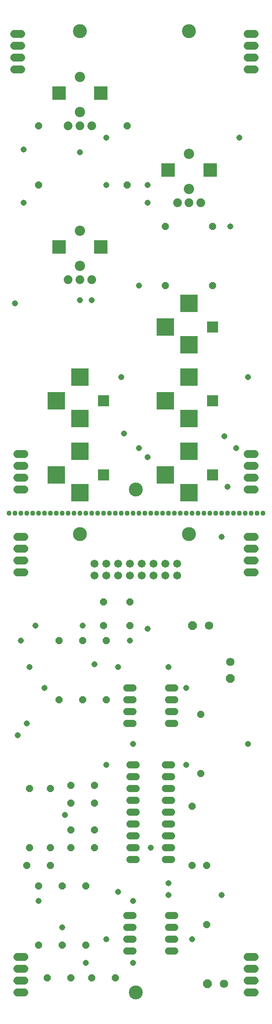
<source format=gts>
G75*
%MOIN*%
%OFA0B0*%
%FSLAX25Y25*%
%IPPOS*%
%LPD*%
%AMOC8*
5,1,8,0,0,1.08239X$1,22.5*
%
%ADD10C,0.04343*%
%ADD11C,0.11824*%
%ADD12R,0.09800X0.09800*%
%ADD13R,0.14800X0.14800*%
%ADD14OC8,0.06000*%
%ADD15OC8,0.07100*%
%ADD16C,0.07100*%
%ADD17C,0.07400*%
%ADD18R,0.11824X0.11824*%
%ADD19C,0.08674*%
%ADD20C,0.06000*%
%ADD21C,0.06800*%
%ADD22C,0.06737*%
%ADD23C,0.05156*%
D10*
X0022200Y0447200D03*
X0027200Y0447200D03*
X0032200Y0447200D03*
X0037200Y0447200D03*
X0042200Y0447200D03*
X0047200Y0447200D03*
X0052200Y0447200D03*
X0057200Y0447200D03*
X0062200Y0447200D03*
X0067200Y0447200D03*
X0072200Y0447200D03*
X0077200Y0447200D03*
X0082200Y0447200D03*
X0087200Y0447200D03*
X0092200Y0447200D03*
X0097200Y0447200D03*
X0102200Y0447200D03*
X0107200Y0447200D03*
X0112200Y0447200D03*
X0117200Y0447200D03*
X0122200Y0447200D03*
X0127200Y0447200D03*
X0132200Y0447200D03*
X0137200Y0447200D03*
X0142200Y0447200D03*
X0147200Y0447200D03*
X0152200Y0447200D03*
X0157200Y0447200D03*
X0162200Y0447200D03*
X0167200Y0447200D03*
X0172200Y0447200D03*
X0177200Y0447200D03*
X0182200Y0447200D03*
X0187200Y0447200D03*
X0192200Y0447200D03*
X0197200Y0447200D03*
X0202200Y0447200D03*
X0207200Y0447200D03*
X0212200Y0447200D03*
X0217200Y0447200D03*
X0222200Y0447200D03*
X0227200Y0447200D03*
X0232200Y0447200D03*
X0237200Y0447200D03*
D11*
X0174700Y0429700D03*
X0129700Y0467200D03*
X0082200Y0429700D03*
X0129700Y0042200D03*
X0174700Y0854700D03*
X0082200Y0854700D03*
D12*
X0102200Y0542200D03*
X0102200Y0479700D03*
X0194700Y0479700D03*
X0194700Y0542200D03*
X0194700Y0604700D03*
D13*
X0174700Y0589700D03*
X0174700Y0562200D03*
X0174700Y0527200D03*
X0174700Y0499700D03*
X0174700Y0464700D03*
X0154700Y0479700D03*
X0154700Y0542200D03*
X0154700Y0604700D03*
X0174700Y0624700D03*
X0082200Y0562200D03*
X0082200Y0527200D03*
X0082200Y0499700D03*
X0082200Y0464700D03*
X0062200Y0479700D03*
X0062200Y0542200D03*
D14*
X0102200Y0372200D03*
X0102200Y0352200D03*
X0104700Y0339700D03*
X0104700Y0289700D03*
X0084700Y0289700D03*
X0084700Y0339700D03*
X0064700Y0339700D03*
X0064700Y0289700D03*
X0074700Y0217200D03*
X0074700Y0202200D03*
X0074700Y0179700D03*
X0074700Y0164700D03*
X0067200Y0132200D03*
X0057200Y0149700D03*
X0057200Y0164700D03*
X0047200Y0132200D03*
X0037200Y0149700D03*
X0039700Y0164700D03*
X0039700Y0214700D03*
X0057200Y0214700D03*
X0087200Y0132200D03*
X0094700Y0164700D03*
X0094700Y0179700D03*
X0094700Y0202200D03*
X0094700Y0217200D03*
X0087200Y0082200D03*
X0092200Y0054700D03*
X0074700Y0054700D03*
X0067200Y0082200D03*
X0054700Y0054700D03*
X0047200Y0082200D03*
X0112200Y0054700D03*
X0177200Y0149700D03*
X0189700Y0149700D03*
X0189700Y0099700D03*
X0177200Y0199700D03*
X0184700Y0227200D03*
X0184700Y0277200D03*
X0124700Y0352200D03*
X0124700Y0372200D03*
X0154700Y0639700D03*
X0154700Y0689700D03*
X0122200Y0724700D03*
X0122200Y0774700D03*
X0194700Y0689700D03*
X0194700Y0639700D03*
X0047200Y0724700D03*
X0047200Y0774700D03*
D15*
X0177700Y0352200D03*
X0209700Y0307700D03*
X0190200Y0049700D03*
D16*
X0204200Y0049700D03*
X0209700Y0321700D03*
X0191700Y0352200D03*
D17*
X0092043Y0644641D03*
X0082200Y0644641D03*
X0072357Y0644641D03*
X0072357Y0774641D03*
X0082200Y0774641D03*
X0092043Y0774641D03*
X0164857Y0709641D03*
X0174700Y0709641D03*
X0184543Y0709641D03*
D18*
X0192417Y0737200D03*
X0156983Y0737200D03*
X0099917Y0672200D03*
X0064483Y0672200D03*
X0064483Y0802200D03*
X0099917Y0802200D03*
D19*
X0082200Y0815980D03*
X0082200Y0786452D03*
X0082200Y0685980D03*
X0082200Y0656452D03*
X0174700Y0721452D03*
X0174700Y0750980D03*
D20*
X0162400Y0299700D02*
X0157200Y0299700D01*
X0157200Y0289700D02*
X0162400Y0289700D01*
X0162400Y0279700D02*
X0157200Y0279700D01*
X0157200Y0269700D02*
X0162400Y0269700D01*
X0159800Y0234700D02*
X0154600Y0234700D01*
X0154600Y0224700D02*
X0159800Y0224700D01*
X0159800Y0214700D02*
X0154600Y0214700D01*
X0154600Y0204700D02*
X0159800Y0204700D01*
X0159800Y0194700D02*
X0154600Y0194700D01*
X0154600Y0184700D02*
X0159800Y0184700D01*
X0159800Y0174700D02*
X0154600Y0174700D01*
X0154600Y0164700D02*
X0159800Y0164700D01*
X0159800Y0154700D02*
X0154600Y0154700D01*
X0157200Y0107200D02*
X0162400Y0107200D01*
X0162400Y0097200D02*
X0157200Y0097200D01*
X0157200Y0087200D02*
X0162400Y0087200D01*
X0162400Y0077200D02*
X0157200Y0077200D01*
X0129800Y0154700D02*
X0124600Y0154700D01*
X0124600Y0164700D02*
X0129800Y0164700D01*
X0129800Y0174700D02*
X0124600Y0174700D01*
X0124600Y0184700D02*
X0129800Y0184700D01*
X0129800Y0194700D02*
X0124600Y0194700D01*
X0124600Y0204700D02*
X0129800Y0204700D01*
X0129800Y0214700D02*
X0124600Y0214700D01*
X0124600Y0224700D02*
X0129800Y0224700D01*
X0129800Y0234700D02*
X0124600Y0234700D01*
X0127200Y0269700D02*
X0122000Y0269700D01*
X0122000Y0279700D02*
X0127200Y0279700D01*
X0127200Y0289700D02*
X0122000Y0289700D01*
X0122000Y0299700D02*
X0127200Y0299700D01*
X0127200Y0107200D02*
X0122000Y0107200D01*
X0122000Y0097200D02*
X0127200Y0097200D01*
X0127200Y0087200D02*
X0122000Y0087200D01*
X0122000Y0077200D02*
X0127200Y0077200D01*
D21*
X0035200Y0042200D02*
X0029200Y0042200D01*
X0029200Y0052200D02*
X0035200Y0052200D01*
X0035200Y0062200D02*
X0029200Y0062200D01*
X0029200Y0072200D02*
X0035200Y0072200D01*
X0035200Y0397200D02*
X0029200Y0397200D01*
X0029200Y0407200D02*
X0035200Y0407200D01*
X0035200Y0417200D02*
X0029200Y0417200D01*
X0029200Y0427200D02*
X0035200Y0427200D01*
X0035200Y0467200D02*
X0029200Y0467200D01*
X0029200Y0477200D02*
X0035200Y0477200D01*
X0035200Y0487200D02*
X0029200Y0487200D01*
X0029200Y0497200D02*
X0035200Y0497200D01*
X0032700Y0822200D02*
X0026700Y0822200D01*
X0026700Y0832200D02*
X0032700Y0832200D01*
X0032700Y0842200D02*
X0026700Y0842200D01*
X0026700Y0852200D02*
X0032700Y0852200D01*
X0224200Y0852200D02*
X0230200Y0852200D01*
X0230200Y0842200D02*
X0224200Y0842200D01*
X0224200Y0832200D02*
X0230200Y0832200D01*
X0230200Y0822200D02*
X0224200Y0822200D01*
X0224200Y0497200D02*
X0230200Y0497200D01*
X0230200Y0487200D02*
X0224200Y0487200D01*
X0224200Y0477200D02*
X0230200Y0477200D01*
X0230200Y0467200D02*
X0224200Y0467200D01*
X0224200Y0427200D02*
X0230200Y0427200D01*
X0230200Y0417200D02*
X0224200Y0417200D01*
X0224200Y0407200D02*
X0230200Y0407200D01*
X0230200Y0397200D02*
X0224200Y0397200D01*
X0224200Y0072200D02*
X0230200Y0072200D01*
X0230200Y0062200D02*
X0224200Y0062200D01*
X0224200Y0052200D02*
X0230200Y0052200D01*
X0230200Y0042200D02*
X0224200Y0042200D01*
D22*
X0164700Y0394700D03*
X0164700Y0404700D03*
X0154700Y0404700D03*
X0154700Y0394700D03*
X0144700Y0394700D03*
X0144700Y0404700D03*
X0134700Y0404700D03*
X0134700Y0394700D03*
X0124700Y0394700D03*
X0124700Y0404700D03*
X0114700Y0404700D03*
X0114700Y0394700D03*
X0104700Y0394700D03*
X0104700Y0404700D03*
X0094700Y0404700D03*
X0094700Y0394700D03*
D23*
X0084700Y0352200D03*
X0094700Y0319700D03*
X0114700Y0317200D03*
X0124700Y0339700D03*
X0139700Y0349700D03*
X0157200Y0317200D03*
X0172200Y0299700D03*
X0172200Y0234700D03*
X0142200Y0164700D03*
X0127200Y0119700D03*
X0114700Y0127200D03*
X0104700Y0087200D03*
X0087200Y0067200D03*
X0067200Y0097200D03*
X0047200Y0119700D03*
X0069700Y0192200D03*
X0037200Y0269700D03*
X0029700Y0259700D03*
X0039700Y0317200D03*
X0032200Y0339700D03*
X0044700Y0352200D03*
X0052200Y0299700D03*
X0104700Y0234700D03*
X0127200Y0252200D03*
X0157200Y0134700D03*
X0157200Y0124700D03*
X0177200Y0087200D03*
X0202200Y0124700D03*
X0224700Y0252200D03*
X0202200Y0427200D03*
X0207200Y0469700D03*
X0214700Y0502200D03*
X0204700Y0512200D03*
X0224700Y0562200D03*
X0209700Y0689700D03*
X0217200Y0764700D03*
X0139700Y0724700D03*
X0139700Y0709700D03*
X0132200Y0639700D03*
X0117200Y0562200D03*
X0119700Y0514700D03*
X0132200Y0502200D03*
X0139700Y0494700D03*
X0092200Y0627200D03*
X0082200Y0627200D03*
X0104700Y0724700D03*
X0104700Y0764700D03*
X0082200Y0752200D03*
X0034700Y0754700D03*
X0034700Y0709700D03*
X0027200Y0624700D03*
X0127200Y0067200D03*
M02*

</source>
